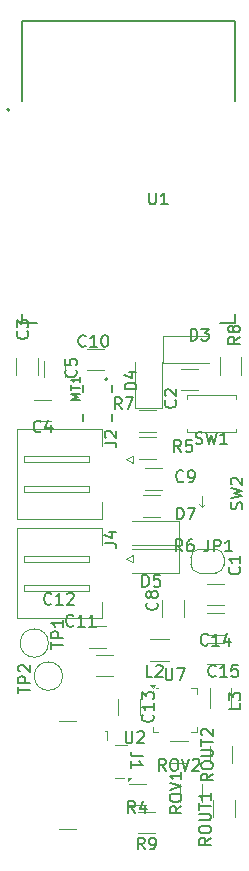
<source format=gbr>
%TF.GenerationSoftware,KiCad,Pcbnew,8.0.5*%
%TF.CreationDate,2024-09-18T17:55:33-04:00*%
%TF.ProjectId,cadence sensor,63616465-6e63-4652-9073-656e736f722e,rev?*%
%TF.SameCoordinates,Original*%
%TF.FileFunction,Legend,Top*%
%TF.FilePolarity,Positive*%
%FSLAX46Y46*%
G04 Gerber Fmt 4.6, Leading zero omitted, Abs format (unit mm)*
G04 Created by KiCad (PCBNEW 8.0.5) date 2024-09-18 17:55:33*
%MOMM*%
%LPD*%
G01*
G04 APERTURE LIST*
%ADD10C,0.100000*%
%ADD11C,0.150000*%
%ADD12C,0.120000*%
%ADD13C,0.127000*%
%ADD14C,0.200000*%
G04 APERTURE END LIST*
D10*
X56208646Y-79133657D02*
X56208646Y-80047942D01*
X56437217Y-79819371D02*
X56208646Y-80047942D01*
X56208646Y-80047942D02*
X55980074Y-79819371D01*
D11*
X59567200Y-80253332D02*
X59614819Y-80110475D01*
X59614819Y-80110475D02*
X59614819Y-79872380D01*
X59614819Y-79872380D02*
X59567200Y-79777142D01*
X59567200Y-79777142D02*
X59519580Y-79729523D01*
X59519580Y-79729523D02*
X59424342Y-79681904D01*
X59424342Y-79681904D02*
X59329104Y-79681904D01*
X59329104Y-79681904D02*
X59233866Y-79729523D01*
X59233866Y-79729523D02*
X59186247Y-79777142D01*
X59186247Y-79777142D02*
X59138628Y-79872380D01*
X59138628Y-79872380D02*
X59091009Y-80062856D01*
X59091009Y-80062856D02*
X59043390Y-80158094D01*
X59043390Y-80158094D02*
X58995771Y-80205713D01*
X58995771Y-80205713D02*
X58900533Y-80253332D01*
X58900533Y-80253332D02*
X58805295Y-80253332D01*
X58805295Y-80253332D02*
X58710057Y-80205713D01*
X58710057Y-80205713D02*
X58662438Y-80158094D01*
X58662438Y-80158094D02*
X58614819Y-80062856D01*
X58614819Y-80062856D02*
X58614819Y-79824761D01*
X58614819Y-79824761D02*
X58662438Y-79681904D01*
X58614819Y-79348570D02*
X59614819Y-79110475D01*
X59614819Y-79110475D02*
X58900533Y-78919999D01*
X58900533Y-78919999D02*
X59614819Y-78729523D01*
X59614819Y-78729523D02*
X58614819Y-78491428D01*
X58710057Y-78158094D02*
X58662438Y-78110475D01*
X58662438Y-78110475D02*
X58614819Y-78015237D01*
X58614819Y-78015237D02*
X58614819Y-77777142D01*
X58614819Y-77777142D02*
X58662438Y-77681904D01*
X58662438Y-77681904D02*
X58710057Y-77634285D01*
X58710057Y-77634285D02*
X58805295Y-77586666D01*
X58805295Y-77586666D02*
X58900533Y-77586666D01*
X58900533Y-77586666D02*
X59043390Y-77634285D01*
X59043390Y-77634285D02*
X59614819Y-78205713D01*
X59614819Y-78205713D02*
X59614819Y-77586666D01*
X50644819Y-70118094D02*
X49644819Y-70118094D01*
X49644819Y-70118094D02*
X49644819Y-69879999D01*
X49644819Y-69879999D02*
X49692438Y-69737142D01*
X49692438Y-69737142D02*
X49787676Y-69641904D01*
X49787676Y-69641904D02*
X49882914Y-69594285D01*
X49882914Y-69594285D02*
X50073390Y-69546666D01*
X50073390Y-69546666D02*
X50216247Y-69546666D01*
X50216247Y-69546666D02*
X50406723Y-69594285D01*
X50406723Y-69594285D02*
X50501961Y-69641904D01*
X50501961Y-69641904D02*
X50597200Y-69737142D01*
X50597200Y-69737142D02*
X50644819Y-69879999D01*
X50644819Y-69879999D02*
X50644819Y-70118094D01*
X49978152Y-68689523D02*
X50644819Y-68689523D01*
X49597200Y-68927618D02*
X50311485Y-69165713D01*
X50311485Y-69165713D02*
X50311485Y-68546666D01*
X55231905Y-65984819D02*
X55231905Y-64984819D01*
X55231905Y-64984819D02*
X55470000Y-64984819D01*
X55470000Y-64984819D02*
X55612857Y-65032438D01*
X55612857Y-65032438D02*
X55708095Y-65127676D01*
X55708095Y-65127676D02*
X55755714Y-65222914D01*
X55755714Y-65222914D02*
X55803333Y-65413390D01*
X55803333Y-65413390D02*
X55803333Y-65556247D01*
X55803333Y-65556247D02*
X55755714Y-65746723D01*
X55755714Y-65746723D02*
X55708095Y-65841961D01*
X55708095Y-65841961D02*
X55612857Y-65937200D01*
X55612857Y-65937200D02*
X55470000Y-65984819D01*
X55470000Y-65984819D02*
X55231905Y-65984819D01*
X56136667Y-64984819D02*
X56755714Y-64984819D01*
X56755714Y-64984819D02*
X56422381Y-65365771D01*
X56422381Y-65365771D02*
X56565238Y-65365771D01*
X56565238Y-65365771D02*
X56660476Y-65413390D01*
X56660476Y-65413390D02*
X56708095Y-65461009D01*
X56708095Y-65461009D02*
X56755714Y-65556247D01*
X56755714Y-65556247D02*
X56755714Y-65794342D01*
X56755714Y-65794342D02*
X56708095Y-65889580D01*
X56708095Y-65889580D02*
X56660476Y-65937200D01*
X56660476Y-65937200D02*
X56565238Y-65984819D01*
X56565238Y-65984819D02*
X56279524Y-65984819D01*
X56279524Y-65984819D02*
X56184286Y-65937200D01*
X56184286Y-65937200D02*
X56136667Y-65889580D01*
X56954819Y-108095238D02*
X56478628Y-108428571D01*
X56954819Y-108666666D02*
X55954819Y-108666666D01*
X55954819Y-108666666D02*
X55954819Y-108285714D01*
X55954819Y-108285714D02*
X56002438Y-108190476D01*
X56002438Y-108190476D02*
X56050057Y-108142857D01*
X56050057Y-108142857D02*
X56145295Y-108095238D01*
X56145295Y-108095238D02*
X56288152Y-108095238D01*
X56288152Y-108095238D02*
X56383390Y-108142857D01*
X56383390Y-108142857D02*
X56431009Y-108190476D01*
X56431009Y-108190476D02*
X56478628Y-108285714D01*
X56478628Y-108285714D02*
X56478628Y-108666666D01*
X55954819Y-107476190D02*
X55954819Y-107285714D01*
X55954819Y-107285714D02*
X56002438Y-107190476D01*
X56002438Y-107190476D02*
X56097676Y-107095238D01*
X56097676Y-107095238D02*
X56288152Y-107047619D01*
X56288152Y-107047619D02*
X56621485Y-107047619D01*
X56621485Y-107047619D02*
X56811961Y-107095238D01*
X56811961Y-107095238D02*
X56907200Y-107190476D01*
X56907200Y-107190476D02*
X56954819Y-107285714D01*
X56954819Y-107285714D02*
X56954819Y-107476190D01*
X56954819Y-107476190D02*
X56907200Y-107571428D01*
X56907200Y-107571428D02*
X56811961Y-107666666D01*
X56811961Y-107666666D02*
X56621485Y-107714285D01*
X56621485Y-107714285D02*
X56288152Y-107714285D01*
X56288152Y-107714285D02*
X56097676Y-107666666D01*
X56097676Y-107666666D02*
X56002438Y-107571428D01*
X56002438Y-107571428D02*
X55954819Y-107476190D01*
X55954819Y-106619047D02*
X56764342Y-106619047D01*
X56764342Y-106619047D02*
X56859580Y-106571428D01*
X56859580Y-106571428D02*
X56907200Y-106523809D01*
X56907200Y-106523809D02*
X56954819Y-106428571D01*
X56954819Y-106428571D02*
X56954819Y-106238095D01*
X56954819Y-106238095D02*
X56907200Y-106142857D01*
X56907200Y-106142857D02*
X56859580Y-106095238D01*
X56859580Y-106095238D02*
X56764342Y-106047619D01*
X56764342Y-106047619D02*
X55954819Y-106047619D01*
X55954819Y-105714285D02*
X55954819Y-105142857D01*
X56954819Y-105428571D02*
X55954819Y-105428571D01*
X56954819Y-104285714D02*
X56954819Y-104857142D01*
X56954819Y-104571428D02*
X55954819Y-104571428D01*
X55954819Y-104571428D02*
X56097676Y-104666666D01*
X56097676Y-104666666D02*
X56192914Y-104761904D01*
X56192914Y-104761904D02*
X56240533Y-104857142D01*
X59454819Y-96666666D02*
X59454819Y-97142856D01*
X59454819Y-97142856D02*
X58454819Y-97142856D01*
X58454819Y-96428570D02*
X58454819Y-95809523D01*
X58454819Y-95809523D02*
X58835771Y-96142856D01*
X58835771Y-96142856D02*
X58835771Y-95999999D01*
X58835771Y-95999999D02*
X58883390Y-95904761D01*
X58883390Y-95904761D02*
X58931009Y-95857142D01*
X58931009Y-95857142D02*
X59026247Y-95809523D01*
X59026247Y-95809523D02*
X59264342Y-95809523D01*
X59264342Y-95809523D02*
X59359580Y-95857142D01*
X59359580Y-95857142D02*
X59407200Y-95904761D01*
X59407200Y-95904761D02*
X59454819Y-95999999D01*
X59454819Y-95999999D02*
X59454819Y-96285713D01*
X59454819Y-96285713D02*
X59407200Y-96380951D01*
X59407200Y-96380951D02*
X59359580Y-96428570D01*
X55666667Y-74687200D02*
X55809524Y-74734819D01*
X55809524Y-74734819D02*
X56047619Y-74734819D01*
X56047619Y-74734819D02*
X56142857Y-74687200D01*
X56142857Y-74687200D02*
X56190476Y-74639580D01*
X56190476Y-74639580D02*
X56238095Y-74544342D01*
X56238095Y-74544342D02*
X56238095Y-74449104D01*
X56238095Y-74449104D02*
X56190476Y-74353866D01*
X56190476Y-74353866D02*
X56142857Y-74306247D01*
X56142857Y-74306247D02*
X56047619Y-74258628D01*
X56047619Y-74258628D02*
X55857143Y-74211009D01*
X55857143Y-74211009D02*
X55761905Y-74163390D01*
X55761905Y-74163390D02*
X55714286Y-74115771D01*
X55714286Y-74115771D02*
X55666667Y-74020533D01*
X55666667Y-74020533D02*
X55666667Y-73925295D01*
X55666667Y-73925295D02*
X55714286Y-73830057D01*
X55714286Y-73830057D02*
X55761905Y-73782438D01*
X55761905Y-73782438D02*
X55857143Y-73734819D01*
X55857143Y-73734819D02*
X56095238Y-73734819D01*
X56095238Y-73734819D02*
X56238095Y-73782438D01*
X56571429Y-73734819D02*
X56809524Y-74734819D01*
X56809524Y-74734819D02*
X57000000Y-74020533D01*
X57000000Y-74020533D02*
X57190476Y-74734819D01*
X57190476Y-74734819D02*
X57428572Y-73734819D01*
X58333333Y-74734819D02*
X57761905Y-74734819D01*
X58047619Y-74734819D02*
X58047619Y-73734819D01*
X58047619Y-73734819D02*
X57952381Y-73877676D01*
X57952381Y-73877676D02*
X57857143Y-73972914D01*
X57857143Y-73972914D02*
X57761905Y-74020533D01*
X45509580Y-68471666D02*
X45557200Y-68519285D01*
X45557200Y-68519285D02*
X45604819Y-68662142D01*
X45604819Y-68662142D02*
X45604819Y-68757380D01*
X45604819Y-68757380D02*
X45557200Y-68900237D01*
X45557200Y-68900237D02*
X45461961Y-68995475D01*
X45461961Y-68995475D02*
X45366723Y-69043094D01*
X45366723Y-69043094D02*
X45176247Y-69090713D01*
X45176247Y-69090713D02*
X45033390Y-69090713D01*
X45033390Y-69090713D02*
X44842914Y-69043094D01*
X44842914Y-69043094D02*
X44747676Y-68995475D01*
X44747676Y-68995475D02*
X44652438Y-68900237D01*
X44652438Y-68900237D02*
X44604819Y-68757380D01*
X44604819Y-68757380D02*
X44604819Y-68662142D01*
X44604819Y-68662142D02*
X44652438Y-68519285D01*
X44652438Y-68519285D02*
X44700057Y-68471666D01*
X44604819Y-67566904D02*
X44604819Y-68043094D01*
X44604819Y-68043094D02*
X45081009Y-68090713D01*
X45081009Y-68090713D02*
X45033390Y-68043094D01*
X45033390Y-68043094D02*
X44985771Y-67947856D01*
X44985771Y-67947856D02*
X44985771Y-67709761D01*
X44985771Y-67709761D02*
X45033390Y-67614523D01*
X45033390Y-67614523D02*
X45081009Y-67566904D01*
X45081009Y-67566904D02*
X45176247Y-67519285D01*
X45176247Y-67519285D02*
X45414342Y-67519285D01*
X45414342Y-67519285D02*
X45509580Y-67566904D01*
X45509580Y-67566904D02*
X45557200Y-67614523D01*
X45557200Y-67614523D02*
X45604819Y-67709761D01*
X45604819Y-67709761D02*
X45604819Y-67947856D01*
X45604819Y-67947856D02*
X45557200Y-68043094D01*
X45557200Y-68043094D02*
X45509580Y-68090713D01*
X46357142Y-66429580D02*
X46309523Y-66477200D01*
X46309523Y-66477200D02*
X46166666Y-66524819D01*
X46166666Y-66524819D02*
X46071428Y-66524819D01*
X46071428Y-66524819D02*
X45928571Y-66477200D01*
X45928571Y-66477200D02*
X45833333Y-66381961D01*
X45833333Y-66381961D02*
X45785714Y-66286723D01*
X45785714Y-66286723D02*
X45738095Y-66096247D01*
X45738095Y-66096247D02*
X45738095Y-65953390D01*
X45738095Y-65953390D02*
X45785714Y-65762914D01*
X45785714Y-65762914D02*
X45833333Y-65667676D01*
X45833333Y-65667676D02*
X45928571Y-65572438D01*
X45928571Y-65572438D02*
X46071428Y-65524819D01*
X46071428Y-65524819D02*
X46166666Y-65524819D01*
X46166666Y-65524819D02*
X46309523Y-65572438D01*
X46309523Y-65572438D02*
X46357142Y-65620057D01*
X47309523Y-66524819D02*
X46738095Y-66524819D01*
X47023809Y-66524819D02*
X47023809Y-65524819D01*
X47023809Y-65524819D02*
X46928571Y-65667676D01*
X46928571Y-65667676D02*
X46833333Y-65762914D01*
X46833333Y-65762914D02*
X46738095Y-65810533D01*
X47928571Y-65524819D02*
X48023809Y-65524819D01*
X48023809Y-65524819D02*
X48119047Y-65572438D01*
X48119047Y-65572438D02*
X48166666Y-65620057D01*
X48166666Y-65620057D02*
X48214285Y-65715295D01*
X48214285Y-65715295D02*
X48261904Y-65905771D01*
X48261904Y-65905771D02*
X48261904Y-66143866D01*
X48261904Y-66143866D02*
X48214285Y-66334342D01*
X48214285Y-66334342D02*
X48166666Y-66429580D01*
X48166666Y-66429580D02*
X48119047Y-66477200D01*
X48119047Y-66477200D02*
X48023809Y-66524819D01*
X48023809Y-66524819D02*
X47928571Y-66524819D01*
X47928571Y-66524819D02*
X47833333Y-66477200D01*
X47833333Y-66477200D02*
X47785714Y-66429580D01*
X47785714Y-66429580D02*
X47738095Y-66334342D01*
X47738095Y-66334342D02*
X47690476Y-66143866D01*
X47690476Y-66143866D02*
X47690476Y-65905771D01*
X47690476Y-65905771D02*
X47738095Y-65715295D01*
X47738095Y-65715295D02*
X47785714Y-65620057D01*
X47785714Y-65620057D02*
X47833333Y-65572438D01*
X47833333Y-65572438D02*
X47928571Y-65524819D01*
X59359580Y-85166666D02*
X59407200Y-85214285D01*
X59407200Y-85214285D02*
X59454819Y-85357142D01*
X59454819Y-85357142D02*
X59454819Y-85452380D01*
X59454819Y-85452380D02*
X59407200Y-85595237D01*
X59407200Y-85595237D02*
X59311961Y-85690475D01*
X59311961Y-85690475D02*
X59216723Y-85738094D01*
X59216723Y-85738094D02*
X59026247Y-85785713D01*
X59026247Y-85785713D02*
X58883390Y-85785713D01*
X58883390Y-85785713D02*
X58692914Y-85738094D01*
X58692914Y-85738094D02*
X58597676Y-85690475D01*
X58597676Y-85690475D02*
X58502438Y-85595237D01*
X58502438Y-85595237D02*
X58454819Y-85452380D01*
X58454819Y-85452380D02*
X58454819Y-85357142D01*
X58454819Y-85357142D02*
X58502438Y-85214285D01*
X58502438Y-85214285D02*
X58550057Y-85166666D01*
X59454819Y-84214285D02*
X59454819Y-84785713D01*
X59454819Y-84499999D02*
X58454819Y-84499999D01*
X58454819Y-84499999D02*
X58597676Y-84595237D01*
X58597676Y-84595237D02*
X58692914Y-84690475D01*
X58692914Y-84690475D02*
X58740533Y-84785713D01*
X53130952Y-102399819D02*
X52797619Y-101923628D01*
X52559524Y-102399819D02*
X52559524Y-101399819D01*
X52559524Y-101399819D02*
X52940476Y-101399819D01*
X52940476Y-101399819D02*
X53035714Y-101447438D01*
X53035714Y-101447438D02*
X53083333Y-101495057D01*
X53083333Y-101495057D02*
X53130952Y-101590295D01*
X53130952Y-101590295D02*
X53130952Y-101733152D01*
X53130952Y-101733152D02*
X53083333Y-101828390D01*
X53083333Y-101828390D02*
X53035714Y-101876009D01*
X53035714Y-101876009D02*
X52940476Y-101923628D01*
X52940476Y-101923628D02*
X52559524Y-101923628D01*
X53750000Y-101399819D02*
X53940476Y-101399819D01*
X53940476Y-101399819D02*
X54035714Y-101447438D01*
X54035714Y-101447438D02*
X54130952Y-101542676D01*
X54130952Y-101542676D02*
X54178571Y-101733152D01*
X54178571Y-101733152D02*
X54178571Y-102066485D01*
X54178571Y-102066485D02*
X54130952Y-102256961D01*
X54130952Y-102256961D02*
X54035714Y-102352200D01*
X54035714Y-102352200D02*
X53940476Y-102399819D01*
X53940476Y-102399819D02*
X53750000Y-102399819D01*
X53750000Y-102399819D02*
X53654762Y-102352200D01*
X53654762Y-102352200D02*
X53559524Y-102256961D01*
X53559524Y-102256961D02*
X53511905Y-102066485D01*
X53511905Y-102066485D02*
X53511905Y-101733152D01*
X53511905Y-101733152D02*
X53559524Y-101542676D01*
X53559524Y-101542676D02*
X53654762Y-101447438D01*
X53654762Y-101447438D02*
X53750000Y-101399819D01*
X54464286Y-101399819D02*
X54797619Y-102399819D01*
X54797619Y-102399819D02*
X55130952Y-101399819D01*
X55416667Y-101495057D02*
X55464286Y-101447438D01*
X55464286Y-101447438D02*
X55559524Y-101399819D01*
X55559524Y-101399819D02*
X55797619Y-101399819D01*
X55797619Y-101399819D02*
X55892857Y-101447438D01*
X55892857Y-101447438D02*
X55940476Y-101495057D01*
X55940476Y-101495057D02*
X55988095Y-101590295D01*
X55988095Y-101590295D02*
X55988095Y-101685533D01*
X55988095Y-101685533D02*
X55940476Y-101828390D01*
X55940476Y-101828390D02*
X55369048Y-102399819D01*
X55369048Y-102399819D02*
X55988095Y-102399819D01*
X54533333Y-83824819D02*
X54200000Y-83348628D01*
X53961905Y-83824819D02*
X53961905Y-82824819D01*
X53961905Y-82824819D02*
X54342857Y-82824819D01*
X54342857Y-82824819D02*
X54438095Y-82872438D01*
X54438095Y-82872438D02*
X54485714Y-82920057D01*
X54485714Y-82920057D02*
X54533333Y-83015295D01*
X54533333Y-83015295D02*
X54533333Y-83158152D01*
X54533333Y-83158152D02*
X54485714Y-83253390D01*
X54485714Y-83253390D02*
X54438095Y-83301009D01*
X54438095Y-83301009D02*
X54342857Y-83348628D01*
X54342857Y-83348628D02*
X53961905Y-83348628D01*
X55390476Y-82824819D02*
X55200000Y-82824819D01*
X55200000Y-82824819D02*
X55104762Y-82872438D01*
X55104762Y-82872438D02*
X55057143Y-82920057D01*
X55057143Y-82920057D02*
X54961905Y-83062914D01*
X54961905Y-83062914D02*
X54914286Y-83253390D01*
X54914286Y-83253390D02*
X54914286Y-83634342D01*
X54914286Y-83634342D02*
X54961905Y-83729580D01*
X54961905Y-83729580D02*
X55009524Y-83777200D01*
X55009524Y-83777200D02*
X55104762Y-83824819D01*
X55104762Y-83824819D02*
X55295238Y-83824819D01*
X55295238Y-83824819D02*
X55390476Y-83777200D01*
X55390476Y-83777200D02*
X55438095Y-83729580D01*
X55438095Y-83729580D02*
X55485714Y-83634342D01*
X55485714Y-83634342D02*
X55485714Y-83396247D01*
X55485714Y-83396247D02*
X55438095Y-83301009D01*
X55438095Y-83301009D02*
X55390476Y-83253390D01*
X55390476Y-83253390D02*
X55295238Y-83205771D01*
X55295238Y-83205771D02*
X55104762Y-83205771D01*
X55104762Y-83205771D02*
X55009524Y-83253390D01*
X55009524Y-83253390D02*
X54961905Y-83301009D01*
X54961905Y-83301009D02*
X54914286Y-83396247D01*
X54071905Y-81134819D02*
X54071905Y-80134819D01*
X54071905Y-80134819D02*
X54310000Y-80134819D01*
X54310000Y-80134819D02*
X54452857Y-80182438D01*
X54452857Y-80182438D02*
X54548095Y-80277676D01*
X54548095Y-80277676D02*
X54595714Y-80372914D01*
X54595714Y-80372914D02*
X54643333Y-80563390D01*
X54643333Y-80563390D02*
X54643333Y-80706247D01*
X54643333Y-80706247D02*
X54595714Y-80896723D01*
X54595714Y-80896723D02*
X54548095Y-80991961D01*
X54548095Y-80991961D02*
X54452857Y-81087200D01*
X54452857Y-81087200D02*
X54310000Y-81134819D01*
X54310000Y-81134819D02*
X54071905Y-81134819D01*
X54976667Y-80134819D02*
X55643333Y-80134819D01*
X55643333Y-80134819D02*
X55214762Y-81134819D01*
X45902295Y-71002380D02*
X45102295Y-71002380D01*
X45102295Y-71002380D02*
X45673723Y-70735714D01*
X45673723Y-70735714D02*
X45102295Y-70469047D01*
X45102295Y-70469047D02*
X45902295Y-70469047D01*
X45102295Y-70202380D02*
X45102295Y-69745237D01*
X45902295Y-69973809D02*
X45102295Y-69973809D01*
X45902295Y-69059523D02*
X45902295Y-69516666D01*
X45902295Y-69288094D02*
X45102295Y-69288094D01*
X45102295Y-69288094D02*
X45216580Y-69364285D01*
X45216580Y-69364285D02*
X45292771Y-69440475D01*
X45292771Y-69440475D02*
X45330866Y-69516666D01*
X54454819Y-105406547D02*
X53978628Y-105739880D01*
X54454819Y-105977975D02*
X53454819Y-105977975D01*
X53454819Y-105977975D02*
X53454819Y-105597023D01*
X53454819Y-105597023D02*
X53502438Y-105501785D01*
X53502438Y-105501785D02*
X53550057Y-105454166D01*
X53550057Y-105454166D02*
X53645295Y-105406547D01*
X53645295Y-105406547D02*
X53788152Y-105406547D01*
X53788152Y-105406547D02*
X53883390Y-105454166D01*
X53883390Y-105454166D02*
X53931009Y-105501785D01*
X53931009Y-105501785D02*
X53978628Y-105597023D01*
X53978628Y-105597023D02*
X53978628Y-105977975D01*
X53454819Y-104787499D02*
X53454819Y-104597023D01*
X53454819Y-104597023D02*
X53502438Y-104501785D01*
X53502438Y-104501785D02*
X53597676Y-104406547D01*
X53597676Y-104406547D02*
X53788152Y-104358928D01*
X53788152Y-104358928D02*
X54121485Y-104358928D01*
X54121485Y-104358928D02*
X54311961Y-104406547D01*
X54311961Y-104406547D02*
X54407200Y-104501785D01*
X54407200Y-104501785D02*
X54454819Y-104597023D01*
X54454819Y-104597023D02*
X54454819Y-104787499D01*
X54454819Y-104787499D02*
X54407200Y-104882737D01*
X54407200Y-104882737D02*
X54311961Y-104977975D01*
X54311961Y-104977975D02*
X54121485Y-105025594D01*
X54121485Y-105025594D02*
X53788152Y-105025594D01*
X53788152Y-105025594D02*
X53597676Y-104977975D01*
X53597676Y-104977975D02*
X53502438Y-104882737D01*
X53502438Y-104882737D02*
X53454819Y-104787499D01*
X53454819Y-104073213D02*
X54454819Y-103739880D01*
X54454819Y-103739880D02*
X53454819Y-103406547D01*
X54454819Y-102549404D02*
X54454819Y-103120832D01*
X54454819Y-102835118D02*
X53454819Y-102835118D01*
X53454819Y-102835118D02*
X53597676Y-102930356D01*
X53597676Y-102930356D02*
X53692914Y-103025594D01*
X53692914Y-103025594D02*
X53740533Y-103120832D01*
X43452142Y-88249580D02*
X43404523Y-88297200D01*
X43404523Y-88297200D02*
X43261666Y-88344819D01*
X43261666Y-88344819D02*
X43166428Y-88344819D01*
X43166428Y-88344819D02*
X43023571Y-88297200D01*
X43023571Y-88297200D02*
X42928333Y-88201961D01*
X42928333Y-88201961D02*
X42880714Y-88106723D01*
X42880714Y-88106723D02*
X42833095Y-87916247D01*
X42833095Y-87916247D02*
X42833095Y-87773390D01*
X42833095Y-87773390D02*
X42880714Y-87582914D01*
X42880714Y-87582914D02*
X42928333Y-87487676D01*
X42928333Y-87487676D02*
X43023571Y-87392438D01*
X43023571Y-87392438D02*
X43166428Y-87344819D01*
X43166428Y-87344819D02*
X43261666Y-87344819D01*
X43261666Y-87344819D02*
X43404523Y-87392438D01*
X43404523Y-87392438D02*
X43452142Y-87440057D01*
X44404523Y-88344819D02*
X43833095Y-88344819D01*
X44118809Y-88344819D02*
X44118809Y-87344819D01*
X44118809Y-87344819D02*
X44023571Y-87487676D01*
X44023571Y-87487676D02*
X43928333Y-87582914D01*
X43928333Y-87582914D02*
X43833095Y-87630533D01*
X44785476Y-87440057D02*
X44833095Y-87392438D01*
X44833095Y-87392438D02*
X44928333Y-87344819D01*
X44928333Y-87344819D02*
X45166428Y-87344819D01*
X45166428Y-87344819D02*
X45261666Y-87392438D01*
X45261666Y-87392438D02*
X45309285Y-87440057D01*
X45309285Y-87440057D02*
X45356904Y-87535295D01*
X45356904Y-87535295D02*
X45356904Y-87630533D01*
X45356904Y-87630533D02*
X45309285Y-87773390D01*
X45309285Y-87773390D02*
X44737857Y-88344819D01*
X44737857Y-88344819D02*
X45356904Y-88344819D01*
X41409580Y-65211666D02*
X41457200Y-65259285D01*
X41457200Y-65259285D02*
X41504819Y-65402142D01*
X41504819Y-65402142D02*
X41504819Y-65497380D01*
X41504819Y-65497380D02*
X41457200Y-65640237D01*
X41457200Y-65640237D02*
X41361961Y-65735475D01*
X41361961Y-65735475D02*
X41266723Y-65783094D01*
X41266723Y-65783094D02*
X41076247Y-65830713D01*
X41076247Y-65830713D02*
X40933390Y-65830713D01*
X40933390Y-65830713D02*
X40742914Y-65783094D01*
X40742914Y-65783094D02*
X40647676Y-65735475D01*
X40647676Y-65735475D02*
X40552438Y-65640237D01*
X40552438Y-65640237D02*
X40504819Y-65497380D01*
X40504819Y-65497380D02*
X40504819Y-65402142D01*
X40504819Y-65402142D02*
X40552438Y-65259285D01*
X40552438Y-65259285D02*
X40600057Y-65211666D01*
X40504819Y-64878332D02*
X40504819Y-64259285D01*
X40504819Y-64259285D02*
X40885771Y-64592618D01*
X40885771Y-64592618D02*
X40885771Y-64449761D01*
X40885771Y-64449761D02*
X40933390Y-64354523D01*
X40933390Y-64354523D02*
X40981009Y-64306904D01*
X40981009Y-64306904D02*
X41076247Y-64259285D01*
X41076247Y-64259285D02*
X41314342Y-64259285D01*
X41314342Y-64259285D02*
X41409580Y-64306904D01*
X41409580Y-64306904D02*
X41457200Y-64354523D01*
X41457200Y-64354523D02*
X41504819Y-64449761D01*
X41504819Y-64449761D02*
X41504819Y-64735475D01*
X41504819Y-64735475D02*
X41457200Y-64830713D01*
X41457200Y-64830713D02*
X41409580Y-64878332D01*
X54423333Y-75414819D02*
X54090000Y-74938628D01*
X53851905Y-75414819D02*
X53851905Y-74414819D01*
X53851905Y-74414819D02*
X54232857Y-74414819D01*
X54232857Y-74414819D02*
X54328095Y-74462438D01*
X54328095Y-74462438D02*
X54375714Y-74510057D01*
X54375714Y-74510057D02*
X54423333Y-74605295D01*
X54423333Y-74605295D02*
X54423333Y-74748152D01*
X54423333Y-74748152D02*
X54375714Y-74843390D01*
X54375714Y-74843390D02*
X54328095Y-74891009D01*
X54328095Y-74891009D02*
X54232857Y-74938628D01*
X54232857Y-74938628D02*
X53851905Y-74938628D01*
X55328095Y-74414819D02*
X54851905Y-74414819D01*
X54851905Y-74414819D02*
X54804286Y-74891009D01*
X54804286Y-74891009D02*
X54851905Y-74843390D01*
X54851905Y-74843390D02*
X54947143Y-74795771D01*
X54947143Y-74795771D02*
X55185238Y-74795771D01*
X55185238Y-74795771D02*
X55280476Y-74843390D01*
X55280476Y-74843390D02*
X55328095Y-74891009D01*
X55328095Y-74891009D02*
X55375714Y-74986247D01*
X55375714Y-74986247D02*
X55375714Y-75224342D01*
X55375714Y-75224342D02*
X55328095Y-75319580D01*
X55328095Y-75319580D02*
X55280476Y-75367200D01*
X55280476Y-75367200D02*
X55185238Y-75414819D01*
X55185238Y-75414819D02*
X54947143Y-75414819D01*
X54947143Y-75414819D02*
X54851905Y-75367200D01*
X54851905Y-75367200D02*
X54804286Y-75319580D01*
X49393333Y-71804819D02*
X49060000Y-71328628D01*
X48821905Y-71804819D02*
X48821905Y-70804819D01*
X48821905Y-70804819D02*
X49202857Y-70804819D01*
X49202857Y-70804819D02*
X49298095Y-70852438D01*
X49298095Y-70852438D02*
X49345714Y-70900057D01*
X49345714Y-70900057D02*
X49393333Y-70995295D01*
X49393333Y-70995295D02*
X49393333Y-71138152D01*
X49393333Y-71138152D02*
X49345714Y-71233390D01*
X49345714Y-71233390D02*
X49298095Y-71281009D01*
X49298095Y-71281009D02*
X49202857Y-71328628D01*
X49202857Y-71328628D02*
X48821905Y-71328628D01*
X49726667Y-70804819D02*
X50393333Y-70804819D01*
X50393333Y-70804819D02*
X49964762Y-71804819D01*
X52359580Y-88166666D02*
X52407200Y-88214285D01*
X52407200Y-88214285D02*
X52454819Y-88357142D01*
X52454819Y-88357142D02*
X52454819Y-88452380D01*
X52454819Y-88452380D02*
X52407200Y-88595237D01*
X52407200Y-88595237D02*
X52311961Y-88690475D01*
X52311961Y-88690475D02*
X52216723Y-88738094D01*
X52216723Y-88738094D02*
X52026247Y-88785713D01*
X52026247Y-88785713D02*
X51883390Y-88785713D01*
X51883390Y-88785713D02*
X51692914Y-88738094D01*
X51692914Y-88738094D02*
X51597676Y-88690475D01*
X51597676Y-88690475D02*
X51502438Y-88595237D01*
X51502438Y-88595237D02*
X51454819Y-88452380D01*
X51454819Y-88452380D02*
X51454819Y-88357142D01*
X51454819Y-88357142D02*
X51502438Y-88214285D01*
X51502438Y-88214285D02*
X51550057Y-88166666D01*
X51883390Y-87595237D02*
X51835771Y-87690475D01*
X51835771Y-87690475D02*
X51788152Y-87738094D01*
X51788152Y-87738094D02*
X51692914Y-87785713D01*
X51692914Y-87785713D02*
X51645295Y-87785713D01*
X51645295Y-87785713D02*
X51550057Y-87738094D01*
X51550057Y-87738094D02*
X51502438Y-87690475D01*
X51502438Y-87690475D02*
X51454819Y-87595237D01*
X51454819Y-87595237D02*
X51454819Y-87404761D01*
X51454819Y-87404761D02*
X51502438Y-87309523D01*
X51502438Y-87309523D02*
X51550057Y-87261904D01*
X51550057Y-87261904D02*
X51645295Y-87214285D01*
X51645295Y-87214285D02*
X51692914Y-87214285D01*
X51692914Y-87214285D02*
X51788152Y-87261904D01*
X51788152Y-87261904D02*
X51835771Y-87309523D01*
X51835771Y-87309523D02*
X51883390Y-87404761D01*
X51883390Y-87404761D02*
X51883390Y-87595237D01*
X51883390Y-87595237D02*
X51931009Y-87690475D01*
X51931009Y-87690475D02*
X51978628Y-87738094D01*
X51978628Y-87738094D02*
X52073866Y-87785713D01*
X52073866Y-87785713D02*
X52264342Y-87785713D01*
X52264342Y-87785713D02*
X52359580Y-87738094D01*
X52359580Y-87738094D02*
X52407200Y-87690475D01*
X52407200Y-87690475D02*
X52454819Y-87595237D01*
X52454819Y-87595237D02*
X52454819Y-87404761D01*
X52454819Y-87404761D02*
X52407200Y-87309523D01*
X52407200Y-87309523D02*
X52359580Y-87261904D01*
X52359580Y-87261904D02*
X52264342Y-87214285D01*
X52264342Y-87214285D02*
X52073866Y-87214285D01*
X52073866Y-87214285D02*
X51978628Y-87261904D01*
X51978628Y-87261904D02*
X51931009Y-87309523D01*
X51931009Y-87309523D02*
X51883390Y-87404761D01*
X42558333Y-73664580D02*
X42510714Y-73712200D01*
X42510714Y-73712200D02*
X42367857Y-73759819D01*
X42367857Y-73759819D02*
X42272619Y-73759819D01*
X42272619Y-73759819D02*
X42129762Y-73712200D01*
X42129762Y-73712200D02*
X42034524Y-73616961D01*
X42034524Y-73616961D02*
X41986905Y-73521723D01*
X41986905Y-73521723D02*
X41939286Y-73331247D01*
X41939286Y-73331247D02*
X41939286Y-73188390D01*
X41939286Y-73188390D02*
X41986905Y-72997914D01*
X41986905Y-72997914D02*
X42034524Y-72902676D01*
X42034524Y-72902676D02*
X42129762Y-72807438D01*
X42129762Y-72807438D02*
X42272619Y-72759819D01*
X42272619Y-72759819D02*
X42367857Y-72759819D01*
X42367857Y-72759819D02*
X42510714Y-72807438D01*
X42510714Y-72807438D02*
X42558333Y-72855057D01*
X43415476Y-73093152D02*
X43415476Y-73759819D01*
X43177381Y-72712200D02*
X42939286Y-73426485D01*
X42939286Y-73426485D02*
X43558333Y-73426485D01*
X57357142Y-94359580D02*
X57309523Y-94407200D01*
X57309523Y-94407200D02*
X57166666Y-94454819D01*
X57166666Y-94454819D02*
X57071428Y-94454819D01*
X57071428Y-94454819D02*
X56928571Y-94407200D01*
X56928571Y-94407200D02*
X56833333Y-94311961D01*
X56833333Y-94311961D02*
X56785714Y-94216723D01*
X56785714Y-94216723D02*
X56738095Y-94026247D01*
X56738095Y-94026247D02*
X56738095Y-93883390D01*
X56738095Y-93883390D02*
X56785714Y-93692914D01*
X56785714Y-93692914D02*
X56833333Y-93597676D01*
X56833333Y-93597676D02*
X56928571Y-93502438D01*
X56928571Y-93502438D02*
X57071428Y-93454819D01*
X57071428Y-93454819D02*
X57166666Y-93454819D01*
X57166666Y-93454819D02*
X57309523Y-93502438D01*
X57309523Y-93502438D02*
X57357142Y-93550057D01*
X58309523Y-94454819D02*
X57738095Y-94454819D01*
X58023809Y-94454819D02*
X58023809Y-93454819D01*
X58023809Y-93454819D02*
X57928571Y-93597676D01*
X57928571Y-93597676D02*
X57833333Y-93692914D01*
X57833333Y-93692914D02*
X57738095Y-93740533D01*
X59214285Y-93454819D02*
X58738095Y-93454819D01*
X58738095Y-93454819D02*
X58690476Y-93931009D01*
X58690476Y-93931009D02*
X58738095Y-93883390D01*
X58738095Y-93883390D02*
X58833333Y-93835771D01*
X58833333Y-93835771D02*
X59071428Y-93835771D01*
X59071428Y-93835771D02*
X59166666Y-93883390D01*
X59166666Y-93883390D02*
X59214285Y-93931009D01*
X59214285Y-93931009D02*
X59261904Y-94026247D01*
X59261904Y-94026247D02*
X59261904Y-94264342D01*
X59261904Y-94264342D02*
X59214285Y-94359580D01*
X59214285Y-94359580D02*
X59166666Y-94407200D01*
X59166666Y-94407200D02*
X59071428Y-94454819D01*
X59071428Y-94454819D02*
X58833333Y-94454819D01*
X58833333Y-94454819D02*
X58738095Y-94407200D01*
X58738095Y-94407200D02*
X58690476Y-94359580D01*
X40654819Y-95861904D02*
X40654819Y-95290476D01*
X41654819Y-95576190D02*
X40654819Y-95576190D01*
X41654819Y-94957142D02*
X40654819Y-94957142D01*
X40654819Y-94957142D02*
X40654819Y-94576190D01*
X40654819Y-94576190D02*
X40702438Y-94480952D01*
X40702438Y-94480952D02*
X40750057Y-94433333D01*
X40750057Y-94433333D02*
X40845295Y-94385714D01*
X40845295Y-94385714D02*
X40988152Y-94385714D01*
X40988152Y-94385714D02*
X41083390Y-94433333D01*
X41083390Y-94433333D02*
X41131009Y-94480952D01*
X41131009Y-94480952D02*
X41178628Y-94576190D01*
X41178628Y-94576190D02*
X41178628Y-94957142D01*
X40750057Y-94004761D02*
X40702438Y-93957142D01*
X40702438Y-93957142D02*
X40654819Y-93861904D01*
X40654819Y-93861904D02*
X40654819Y-93623809D01*
X40654819Y-93623809D02*
X40702438Y-93528571D01*
X40702438Y-93528571D02*
X40750057Y-93480952D01*
X40750057Y-93480952D02*
X40845295Y-93433333D01*
X40845295Y-93433333D02*
X40940533Y-93433333D01*
X40940533Y-93433333D02*
X41083390Y-93480952D01*
X41083390Y-93480952D02*
X41654819Y-94052380D01*
X41654819Y-94052380D02*
X41654819Y-93433333D01*
X59404819Y-65666666D02*
X58928628Y-65999999D01*
X59404819Y-66238094D02*
X58404819Y-66238094D01*
X58404819Y-66238094D02*
X58404819Y-65857142D01*
X58404819Y-65857142D02*
X58452438Y-65761904D01*
X58452438Y-65761904D02*
X58500057Y-65714285D01*
X58500057Y-65714285D02*
X58595295Y-65666666D01*
X58595295Y-65666666D02*
X58738152Y-65666666D01*
X58738152Y-65666666D02*
X58833390Y-65714285D01*
X58833390Y-65714285D02*
X58881009Y-65761904D01*
X58881009Y-65761904D02*
X58928628Y-65857142D01*
X58928628Y-65857142D02*
X58928628Y-66238094D01*
X58833390Y-65095237D02*
X58785771Y-65190475D01*
X58785771Y-65190475D02*
X58738152Y-65238094D01*
X58738152Y-65238094D02*
X58642914Y-65285713D01*
X58642914Y-65285713D02*
X58595295Y-65285713D01*
X58595295Y-65285713D02*
X58500057Y-65238094D01*
X58500057Y-65238094D02*
X58452438Y-65190475D01*
X58452438Y-65190475D02*
X58404819Y-65095237D01*
X58404819Y-65095237D02*
X58404819Y-64904761D01*
X58404819Y-64904761D02*
X58452438Y-64809523D01*
X58452438Y-64809523D02*
X58500057Y-64761904D01*
X58500057Y-64761904D02*
X58595295Y-64714285D01*
X58595295Y-64714285D02*
X58642914Y-64714285D01*
X58642914Y-64714285D02*
X58738152Y-64761904D01*
X58738152Y-64761904D02*
X58785771Y-64809523D01*
X58785771Y-64809523D02*
X58833390Y-64904761D01*
X58833390Y-64904761D02*
X58833390Y-65095237D01*
X58833390Y-65095237D02*
X58881009Y-65190475D01*
X58881009Y-65190475D02*
X58928628Y-65238094D01*
X58928628Y-65238094D02*
X59023866Y-65285713D01*
X59023866Y-65285713D02*
X59214342Y-65285713D01*
X59214342Y-65285713D02*
X59309580Y-65238094D01*
X59309580Y-65238094D02*
X59357200Y-65190475D01*
X59357200Y-65190475D02*
X59404819Y-65095237D01*
X59404819Y-65095237D02*
X59404819Y-64904761D01*
X59404819Y-64904761D02*
X59357200Y-64809523D01*
X59357200Y-64809523D02*
X59309580Y-64761904D01*
X59309580Y-64761904D02*
X59214342Y-64714285D01*
X59214342Y-64714285D02*
X59023866Y-64714285D01*
X59023866Y-64714285D02*
X58928628Y-64761904D01*
X58928628Y-64761904D02*
X58881009Y-64809523D01*
X58881009Y-64809523D02*
X58833390Y-64904761D01*
X51333333Y-109064819D02*
X51000000Y-108588628D01*
X50761905Y-109064819D02*
X50761905Y-108064819D01*
X50761905Y-108064819D02*
X51142857Y-108064819D01*
X51142857Y-108064819D02*
X51238095Y-108112438D01*
X51238095Y-108112438D02*
X51285714Y-108160057D01*
X51285714Y-108160057D02*
X51333333Y-108255295D01*
X51333333Y-108255295D02*
X51333333Y-108398152D01*
X51333333Y-108398152D02*
X51285714Y-108493390D01*
X51285714Y-108493390D02*
X51238095Y-108541009D01*
X51238095Y-108541009D02*
X51142857Y-108588628D01*
X51142857Y-108588628D02*
X50761905Y-108588628D01*
X51809524Y-109064819D02*
X52000000Y-109064819D01*
X52000000Y-109064819D02*
X52095238Y-109017200D01*
X52095238Y-109017200D02*
X52142857Y-108969580D01*
X52142857Y-108969580D02*
X52238095Y-108826723D01*
X52238095Y-108826723D02*
X52285714Y-108636247D01*
X52285714Y-108636247D02*
X52285714Y-108255295D01*
X52285714Y-108255295D02*
X52238095Y-108160057D01*
X52238095Y-108160057D02*
X52190476Y-108112438D01*
X52190476Y-108112438D02*
X52095238Y-108064819D01*
X52095238Y-108064819D02*
X51904762Y-108064819D01*
X51904762Y-108064819D02*
X51809524Y-108112438D01*
X51809524Y-108112438D02*
X51761905Y-108160057D01*
X51761905Y-108160057D02*
X51714286Y-108255295D01*
X51714286Y-108255295D02*
X51714286Y-108493390D01*
X51714286Y-108493390D02*
X51761905Y-108588628D01*
X51761905Y-108588628D02*
X51809524Y-108636247D01*
X51809524Y-108636247D02*
X51904762Y-108683866D01*
X51904762Y-108683866D02*
X52095238Y-108683866D01*
X52095238Y-108683866D02*
X52190476Y-108636247D01*
X52190476Y-108636247D02*
X52238095Y-108588628D01*
X52238095Y-108588628D02*
X52285714Y-108493390D01*
X54613333Y-77879580D02*
X54565714Y-77927200D01*
X54565714Y-77927200D02*
X54422857Y-77974819D01*
X54422857Y-77974819D02*
X54327619Y-77974819D01*
X54327619Y-77974819D02*
X54184762Y-77927200D01*
X54184762Y-77927200D02*
X54089524Y-77831961D01*
X54089524Y-77831961D02*
X54041905Y-77736723D01*
X54041905Y-77736723D02*
X53994286Y-77546247D01*
X53994286Y-77546247D02*
X53994286Y-77403390D01*
X53994286Y-77403390D02*
X54041905Y-77212914D01*
X54041905Y-77212914D02*
X54089524Y-77117676D01*
X54089524Y-77117676D02*
X54184762Y-77022438D01*
X54184762Y-77022438D02*
X54327619Y-76974819D01*
X54327619Y-76974819D02*
X54422857Y-76974819D01*
X54422857Y-76974819D02*
X54565714Y-77022438D01*
X54565714Y-77022438D02*
X54613333Y-77070057D01*
X55089524Y-77974819D02*
X55280000Y-77974819D01*
X55280000Y-77974819D02*
X55375238Y-77927200D01*
X55375238Y-77927200D02*
X55422857Y-77879580D01*
X55422857Y-77879580D02*
X55518095Y-77736723D01*
X55518095Y-77736723D02*
X55565714Y-77546247D01*
X55565714Y-77546247D02*
X55565714Y-77165295D01*
X55565714Y-77165295D02*
X55518095Y-77070057D01*
X55518095Y-77070057D02*
X55470476Y-77022438D01*
X55470476Y-77022438D02*
X55375238Y-76974819D01*
X55375238Y-76974819D02*
X55184762Y-76974819D01*
X55184762Y-76974819D02*
X55089524Y-77022438D01*
X55089524Y-77022438D02*
X55041905Y-77070057D01*
X55041905Y-77070057D02*
X54994286Y-77165295D01*
X54994286Y-77165295D02*
X54994286Y-77403390D01*
X54994286Y-77403390D02*
X55041905Y-77498628D01*
X55041905Y-77498628D02*
X55089524Y-77546247D01*
X55089524Y-77546247D02*
X55184762Y-77593866D01*
X55184762Y-77593866D02*
X55375238Y-77593866D01*
X55375238Y-77593866D02*
X55470476Y-77546247D01*
X55470476Y-77546247D02*
X55518095Y-77498628D01*
X55518095Y-77498628D02*
X55565714Y-77403390D01*
X52008333Y-94454819D02*
X51532143Y-94454819D01*
X51532143Y-94454819D02*
X51532143Y-93454819D01*
X52294048Y-93550057D02*
X52341667Y-93502438D01*
X52341667Y-93502438D02*
X52436905Y-93454819D01*
X52436905Y-93454819D02*
X52675000Y-93454819D01*
X52675000Y-93454819D02*
X52770238Y-93502438D01*
X52770238Y-93502438D02*
X52817857Y-93550057D01*
X52817857Y-93550057D02*
X52865476Y-93645295D01*
X52865476Y-93645295D02*
X52865476Y-93740533D01*
X52865476Y-93740533D02*
X52817857Y-93883390D01*
X52817857Y-93883390D02*
X52246429Y-94454819D01*
X52246429Y-94454819D02*
X52865476Y-94454819D01*
X51161905Y-86819819D02*
X51161905Y-85819819D01*
X51161905Y-85819819D02*
X51400000Y-85819819D01*
X51400000Y-85819819D02*
X51542857Y-85867438D01*
X51542857Y-85867438D02*
X51638095Y-85962676D01*
X51638095Y-85962676D02*
X51685714Y-86057914D01*
X51685714Y-86057914D02*
X51733333Y-86248390D01*
X51733333Y-86248390D02*
X51733333Y-86391247D01*
X51733333Y-86391247D02*
X51685714Y-86581723D01*
X51685714Y-86581723D02*
X51638095Y-86676961D01*
X51638095Y-86676961D02*
X51542857Y-86772200D01*
X51542857Y-86772200D02*
X51400000Y-86819819D01*
X51400000Y-86819819D02*
X51161905Y-86819819D01*
X52638095Y-85819819D02*
X52161905Y-85819819D01*
X52161905Y-85819819D02*
X52114286Y-86296009D01*
X52114286Y-86296009D02*
X52161905Y-86248390D01*
X52161905Y-86248390D02*
X52257143Y-86200771D01*
X52257143Y-86200771D02*
X52495238Y-86200771D01*
X52495238Y-86200771D02*
X52590476Y-86248390D01*
X52590476Y-86248390D02*
X52638095Y-86296009D01*
X52638095Y-86296009D02*
X52685714Y-86391247D01*
X52685714Y-86391247D02*
X52685714Y-86629342D01*
X52685714Y-86629342D02*
X52638095Y-86724580D01*
X52638095Y-86724580D02*
X52590476Y-86772200D01*
X52590476Y-86772200D02*
X52495238Y-86819819D01*
X52495238Y-86819819D02*
X52257143Y-86819819D01*
X52257143Y-86819819D02*
X52161905Y-86772200D01*
X52161905Y-86772200D02*
X52114286Y-86724580D01*
X47954819Y-74633333D02*
X48669104Y-74633333D01*
X48669104Y-74633333D02*
X48811961Y-74680952D01*
X48811961Y-74680952D02*
X48907200Y-74776190D01*
X48907200Y-74776190D02*
X48954819Y-74919047D01*
X48954819Y-74919047D02*
X48954819Y-75014285D01*
X48050057Y-74204761D02*
X48002438Y-74157142D01*
X48002438Y-74157142D02*
X47954819Y-74061904D01*
X47954819Y-74061904D02*
X47954819Y-73823809D01*
X47954819Y-73823809D02*
X48002438Y-73728571D01*
X48002438Y-73728571D02*
X48050057Y-73680952D01*
X48050057Y-73680952D02*
X48145295Y-73633333D01*
X48145295Y-73633333D02*
X48240533Y-73633333D01*
X48240533Y-73633333D02*
X48383390Y-73680952D01*
X48383390Y-73680952D02*
X48954819Y-74252380D01*
X48954819Y-74252380D02*
X48954819Y-73633333D01*
X57134819Y-102657738D02*
X56658628Y-102991071D01*
X57134819Y-103229166D02*
X56134819Y-103229166D01*
X56134819Y-103229166D02*
X56134819Y-102848214D01*
X56134819Y-102848214D02*
X56182438Y-102752976D01*
X56182438Y-102752976D02*
X56230057Y-102705357D01*
X56230057Y-102705357D02*
X56325295Y-102657738D01*
X56325295Y-102657738D02*
X56468152Y-102657738D01*
X56468152Y-102657738D02*
X56563390Y-102705357D01*
X56563390Y-102705357D02*
X56611009Y-102752976D01*
X56611009Y-102752976D02*
X56658628Y-102848214D01*
X56658628Y-102848214D02*
X56658628Y-103229166D01*
X56134819Y-102038690D02*
X56134819Y-101848214D01*
X56134819Y-101848214D02*
X56182438Y-101752976D01*
X56182438Y-101752976D02*
X56277676Y-101657738D01*
X56277676Y-101657738D02*
X56468152Y-101610119D01*
X56468152Y-101610119D02*
X56801485Y-101610119D01*
X56801485Y-101610119D02*
X56991961Y-101657738D01*
X56991961Y-101657738D02*
X57087200Y-101752976D01*
X57087200Y-101752976D02*
X57134819Y-101848214D01*
X57134819Y-101848214D02*
X57134819Y-102038690D01*
X57134819Y-102038690D02*
X57087200Y-102133928D01*
X57087200Y-102133928D02*
X56991961Y-102229166D01*
X56991961Y-102229166D02*
X56801485Y-102276785D01*
X56801485Y-102276785D02*
X56468152Y-102276785D01*
X56468152Y-102276785D02*
X56277676Y-102229166D01*
X56277676Y-102229166D02*
X56182438Y-102133928D01*
X56182438Y-102133928D02*
X56134819Y-102038690D01*
X56134819Y-101181547D02*
X56944342Y-101181547D01*
X56944342Y-101181547D02*
X57039580Y-101133928D01*
X57039580Y-101133928D02*
X57087200Y-101086309D01*
X57087200Y-101086309D02*
X57134819Y-100991071D01*
X57134819Y-100991071D02*
X57134819Y-100800595D01*
X57134819Y-100800595D02*
X57087200Y-100705357D01*
X57087200Y-100705357D02*
X57039580Y-100657738D01*
X57039580Y-100657738D02*
X56944342Y-100610119D01*
X56944342Y-100610119D02*
X56134819Y-100610119D01*
X56134819Y-100276785D02*
X56134819Y-99705357D01*
X57134819Y-99991071D02*
X56134819Y-99991071D01*
X56230057Y-99419642D02*
X56182438Y-99372023D01*
X56182438Y-99372023D02*
X56134819Y-99276785D01*
X56134819Y-99276785D02*
X56134819Y-99038690D01*
X56134819Y-99038690D02*
X56182438Y-98943452D01*
X56182438Y-98943452D02*
X56230057Y-98895833D01*
X56230057Y-98895833D02*
X56325295Y-98848214D01*
X56325295Y-98848214D02*
X56420533Y-98848214D01*
X56420533Y-98848214D02*
X56563390Y-98895833D01*
X56563390Y-98895833D02*
X57134819Y-99467261D01*
X57134819Y-99467261D02*
X57134819Y-98848214D01*
X56748666Y-82829819D02*
X56748666Y-83544104D01*
X56748666Y-83544104D02*
X56701047Y-83686961D01*
X56701047Y-83686961D02*
X56605809Y-83782200D01*
X56605809Y-83782200D02*
X56462952Y-83829819D01*
X56462952Y-83829819D02*
X56367714Y-83829819D01*
X57224857Y-83829819D02*
X57224857Y-82829819D01*
X57224857Y-82829819D02*
X57605809Y-82829819D01*
X57605809Y-82829819D02*
X57701047Y-82877438D01*
X57701047Y-82877438D02*
X57748666Y-82925057D01*
X57748666Y-82925057D02*
X57796285Y-83020295D01*
X57796285Y-83020295D02*
X57796285Y-83163152D01*
X57796285Y-83163152D02*
X57748666Y-83258390D01*
X57748666Y-83258390D02*
X57701047Y-83306009D01*
X57701047Y-83306009D02*
X57605809Y-83353628D01*
X57605809Y-83353628D02*
X57224857Y-83353628D01*
X58748666Y-83829819D02*
X58177238Y-83829819D01*
X58462952Y-83829819D02*
X58462952Y-82829819D01*
X58462952Y-82829819D02*
X58367714Y-82972676D01*
X58367714Y-82972676D02*
X58272476Y-83067914D01*
X58272476Y-83067914D02*
X58177238Y-83115533D01*
X51165180Y-101176666D02*
X50450895Y-101176666D01*
X50450895Y-101176666D02*
X50308038Y-101129047D01*
X50308038Y-101129047D02*
X50212800Y-101033809D01*
X50212800Y-101033809D02*
X50165180Y-100890952D01*
X50165180Y-100890952D02*
X50165180Y-100795714D01*
X50165180Y-102176666D02*
X50165180Y-101605238D01*
X50165180Y-101890952D02*
X51165180Y-101890952D01*
X51165180Y-101890952D02*
X51022323Y-101795714D01*
X51022323Y-101795714D02*
X50927085Y-101700476D01*
X50927085Y-101700476D02*
X50879466Y-101605238D01*
X47954819Y-83133333D02*
X48669104Y-83133333D01*
X48669104Y-83133333D02*
X48811961Y-83180952D01*
X48811961Y-83180952D02*
X48907200Y-83276190D01*
X48907200Y-83276190D02*
X48954819Y-83419047D01*
X48954819Y-83419047D02*
X48954819Y-83514285D01*
X48288152Y-82228571D02*
X48954819Y-82228571D01*
X47907200Y-82466666D02*
X48621485Y-82704761D01*
X48621485Y-82704761D02*
X48621485Y-82085714D01*
X51738095Y-53454819D02*
X51738095Y-54264342D01*
X51738095Y-54264342D02*
X51785714Y-54359580D01*
X51785714Y-54359580D02*
X51833333Y-54407200D01*
X51833333Y-54407200D02*
X51928571Y-54454819D01*
X51928571Y-54454819D02*
X52119047Y-54454819D01*
X52119047Y-54454819D02*
X52214285Y-54407200D01*
X52214285Y-54407200D02*
X52261904Y-54359580D01*
X52261904Y-54359580D02*
X52309523Y-54264342D01*
X52309523Y-54264342D02*
X52309523Y-53454819D01*
X53309523Y-54454819D02*
X52738095Y-54454819D01*
X53023809Y-54454819D02*
X53023809Y-53454819D01*
X53023809Y-53454819D02*
X52928571Y-53597676D01*
X52928571Y-53597676D02*
X52833333Y-53692914D01*
X52833333Y-53692914D02*
X52738095Y-53740533D01*
X45307142Y-90109580D02*
X45259523Y-90157200D01*
X45259523Y-90157200D02*
X45116666Y-90204819D01*
X45116666Y-90204819D02*
X45021428Y-90204819D01*
X45021428Y-90204819D02*
X44878571Y-90157200D01*
X44878571Y-90157200D02*
X44783333Y-90061961D01*
X44783333Y-90061961D02*
X44735714Y-89966723D01*
X44735714Y-89966723D02*
X44688095Y-89776247D01*
X44688095Y-89776247D02*
X44688095Y-89633390D01*
X44688095Y-89633390D02*
X44735714Y-89442914D01*
X44735714Y-89442914D02*
X44783333Y-89347676D01*
X44783333Y-89347676D02*
X44878571Y-89252438D01*
X44878571Y-89252438D02*
X45021428Y-89204819D01*
X45021428Y-89204819D02*
X45116666Y-89204819D01*
X45116666Y-89204819D02*
X45259523Y-89252438D01*
X45259523Y-89252438D02*
X45307142Y-89300057D01*
X46259523Y-90204819D02*
X45688095Y-90204819D01*
X45973809Y-90204819D02*
X45973809Y-89204819D01*
X45973809Y-89204819D02*
X45878571Y-89347676D01*
X45878571Y-89347676D02*
X45783333Y-89442914D01*
X45783333Y-89442914D02*
X45688095Y-89490533D01*
X47211904Y-90204819D02*
X46640476Y-90204819D01*
X46926190Y-90204819D02*
X46926190Y-89204819D01*
X46926190Y-89204819D02*
X46830952Y-89347676D01*
X46830952Y-89347676D02*
X46735714Y-89442914D01*
X46735714Y-89442914D02*
X46640476Y-89490533D01*
X53929580Y-71046666D02*
X53977200Y-71094285D01*
X53977200Y-71094285D02*
X54024819Y-71237142D01*
X54024819Y-71237142D02*
X54024819Y-71332380D01*
X54024819Y-71332380D02*
X53977200Y-71475237D01*
X53977200Y-71475237D02*
X53881961Y-71570475D01*
X53881961Y-71570475D02*
X53786723Y-71618094D01*
X53786723Y-71618094D02*
X53596247Y-71665713D01*
X53596247Y-71665713D02*
X53453390Y-71665713D01*
X53453390Y-71665713D02*
X53262914Y-71618094D01*
X53262914Y-71618094D02*
X53167676Y-71570475D01*
X53167676Y-71570475D02*
X53072438Y-71475237D01*
X53072438Y-71475237D02*
X53024819Y-71332380D01*
X53024819Y-71332380D02*
X53024819Y-71237142D01*
X53024819Y-71237142D02*
X53072438Y-71094285D01*
X53072438Y-71094285D02*
X53120057Y-71046666D01*
X53120057Y-70665713D02*
X53072438Y-70618094D01*
X53072438Y-70618094D02*
X53024819Y-70522856D01*
X53024819Y-70522856D02*
X53024819Y-70284761D01*
X53024819Y-70284761D02*
X53072438Y-70189523D01*
X53072438Y-70189523D02*
X53120057Y-70141904D01*
X53120057Y-70141904D02*
X53215295Y-70094285D01*
X53215295Y-70094285D02*
X53310533Y-70094285D01*
X53310533Y-70094285D02*
X53453390Y-70141904D01*
X53453390Y-70141904D02*
X54024819Y-70713332D01*
X54024819Y-70713332D02*
X54024819Y-70094285D01*
X56707142Y-91709580D02*
X56659523Y-91757200D01*
X56659523Y-91757200D02*
X56516666Y-91804819D01*
X56516666Y-91804819D02*
X56421428Y-91804819D01*
X56421428Y-91804819D02*
X56278571Y-91757200D01*
X56278571Y-91757200D02*
X56183333Y-91661961D01*
X56183333Y-91661961D02*
X56135714Y-91566723D01*
X56135714Y-91566723D02*
X56088095Y-91376247D01*
X56088095Y-91376247D02*
X56088095Y-91233390D01*
X56088095Y-91233390D02*
X56135714Y-91042914D01*
X56135714Y-91042914D02*
X56183333Y-90947676D01*
X56183333Y-90947676D02*
X56278571Y-90852438D01*
X56278571Y-90852438D02*
X56421428Y-90804819D01*
X56421428Y-90804819D02*
X56516666Y-90804819D01*
X56516666Y-90804819D02*
X56659523Y-90852438D01*
X56659523Y-90852438D02*
X56707142Y-90900057D01*
X57659523Y-91804819D02*
X57088095Y-91804819D01*
X57373809Y-91804819D02*
X57373809Y-90804819D01*
X57373809Y-90804819D02*
X57278571Y-90947676D01*
X57278571Y-90947676D02*
X57183333Y-91042914D01*
X57183333Y-91042914D02*
X57088095Y-91090533D01*
X58516666Y-91138152D02*
X58516666Y-91804819D01*
X58278571Y-90757200D02*
X58040476Y-91471485D01*
X58040476Y-91471485D02*
X58659523Y-91471485D01*
X52009580Y-97652857D02*
X52057200Y-97700476D01*
X52057200Y-97700476D02*
X52104819Y-97843333D01*
X52104819Y-97843333D02*
X52104819Y-97938571D01*
X52104819Y-97938571D02*
X52057200Y-98081428D01*
X52057200Y-98081428D02*
X51961961Y-98176666D01*
X51961961Y-98176666D02*
X51866723Y-98224285D01*
X51866723Y-98224285D02*
X51676247Y-98271904D01*
X51676247Y-98271904D02*
X51533390Y-98271904D01*
X51533390Y-98271904D02*
X51342914Y-98224285D01*
X51342914Y-98224285D02*
X51247676Y-98176666D01*
X51247676Y-98176666D02*
X51152438Y-98081428D01*
X51152438Y-98081428D02*
X51104819Y-97938571D01*
X51104819Y-97938571D02*
X51104819Y-97843333D01*
X51104819Y-97843333D02*
X51152438Y-97700476D01*
X51152438Y-97700476D02*
X51200057Y-97652857D01*
X52104819Y-96700476D02*
X52104819Y-97271904D01*
X52104819Y-96986190D02*
X51104819Y-96986190D01*
X51104819Y-96986190D02*
X51247676Y-97081428D01*
X51247676Y-97081428D02*
X51342914Y-97176666D01*
X51342914Y-97176666D02*
X51390533Y-97271904D01*
X51104819Y-96367142D02*
X51104819Y-95748095D01*
X51104819Y-95748095D02*
X51485771Y-96081428D01*
X51485771Y-96081428D02*
X51485771Y-95938571D01*
X51485771Y-95938571D02*
X51533390Y-95843333D01*
X51533390Y-95843333D02*
X51581009Y-95795714D01*
X51581009Y-95795714D02*
X51676247Y-95748095D01*
X51676247Y-95748095D02*
X51914342Y-95748095D01*
X51914342Y-95748095D02*
X52009580Y-95795714D01*
X52009580Y-95795714D02*
X52057200Y-95843333D01*
X52057200Y-95843333D02*
X52104819Y-95938571D01*
X52104819Y-95938571D02*
X52104819Y-96224285D01*
X52104819Y-96224285D02*
X52057200Y-96319523D01*
X52057200Y-96319523D02*
X52009580Y-96367142D01*
X43454819Y-92061904D02*
X43454819Y-91490476D01*
X44454819Y-91776190D02*
X43454819Y-91776190D01*
X44454819Y-91157142D02*
X43454819Y-91157142D01*
X43454819Y-91157142D02*
X43454819Y-90776190D01*
X43454819Y-90776190D02*
X43502438Y-90680952D01*
X43502438Y-90680952D02*
X43550057Y-90633333D01*
X43550057Y-90633333D02*
X43645295Y-90585714D01*
X43645295Y-90585714D02*
X43788152Y-90585714D01*
X43788152Y-90585714D02*
X43883390Y-90633333D01*
X43883390Y-90633333D02*
X43931009Y-90680952D01*
X43931009Y-90680952D02*
X43978628Y-90776190D01*
X43978628Y-90776190D02*
X43978628Y-91157142D01*
X44454819Y-89633333D02*
X44454819Y-90204761D01*
X44454819Y-89919047D02*
X43454819Y-89919047D01*
X43454819Y-89919047D02*
X43597676Y-90014285D01*
X43597676Y-90014285D02*
X43692914Y-90109523D01*
X43692914Y-90109523D02*
X43740533Y-90204761D01*
X53119345Y-93739819D02*
X53119345Y-94549342D01*
X53119345Y-94549342D02*
X53166964Y-94644580D01*
X53166964Y-94644580D02*
X53214583Y-94692200D01*
X53214583Y-94692200D02*
X53309821Y-94739819D01*
X53309821Y-94739819D02*
X53500297Y-94739819D01*
X53500297Y-94739819D02*
X53595535Y-94692200D01*
X53595535Y-94692200D02*
X53643154Y-94644580D01*
X53643154Y-94644580D02*
X53690773Y-94549342D01*
X53690773Y-94549342D02*
X53690773Y-93739819D01*
X54071726Y-93739819D02*
X54738392Y-93739819D01*
X54738392Y-93739819D02*
X54309821Y-94739819D01*
X49738095Y-99064819D02*
X49738095Y-99874342D01*
X49738095Y-99874342D02*
X49785714Y-99969580D01*
X49785714Y-99969580D02*
X49833333Y-100017200D01*
X49833333Y-100017200D02*
X49928571Y-100064819D01*
X49928571Y-100064819D02*
X50119047Y-100064819D01*
X50119047Y-100064819D02*
X50214285Y-100017200D01*
X50214285Y-100017200D02*
X50261904Y-99969580D01*
X50261904Y-99969580D02*
X50309523Y-99874342D01*
X50309523Y-99874342D02*
X50309523Y-99064819D01*
X50738095Y-99160057D02*
X50785714Y-99112438D01*
X50785714Y-99112438D02*
X50880952Y-99064819D01*
X50880952Y-99064819D02*
X51119047Y-99064819D01*
X51119047Y-99064819D02*
X51214285Y-99112438D01*
X51214285Y-99112438D02*
X51261904Y-99160057D01*
X51261904Y-99160057D02*
X51309523Y-99255295D01*
X51309523Y-99255295D02*
X51309523Y-99350533D01*
X51309523Y-99350533D02*
X51261904Y-99493390D01*
X51261904Y-99493390D02*
X50690476Y-100064819D01*
X50690476Y-100064819D02*
X51309523Y-100064819D01*
X50545833Y-105984819D02*
X50212500Y-105508628D01*
X49974405Y-105984819D02*
X49974405Y-104984819D01*
X49974405Y-104984819D02*
X50355357Y-104984819D01*
X50355357Y-104984819D02*
X50450595Y-105032438D01*
X50450595Y-105032438D02*
X50498214Y-105080057D01*
X50498214Y-105080057D02*
X50545833Y-105175295D01*
X50545833Y-105175295D02*
X50545833Y-105318152D01*
X50545833Y-105318152D02*
X50498214Y-105413390D01*
X50498214Y-105413390D02*
X50450595Y-105461009D01*
X50450595Y-105461009D02*
X50355357Y-105508628D01*
X50355357Y-105508628D02*
X49974405Y-105508628D01*
X51402976Y-105318152D02*
X51402976Y-105984819D01*
X51164881Y-104937200D02*
X50926786Y-105651485D01*
X50926786Y-105651485D02*
X51545833Y-105651485D01*
D12*
%TO.C,D4*%
X50565000Y-67770000D02*
X50565000Y-71655000D01*
X50565000Y-71655000D02*
X52835000Y-71655000D01*
X52835000Y-71655000D02*
X52835000Y-67770000D01*
%TO.C,D3*%
X52915000Y-65635000D02*
X52915000Y-67905000D01*
X52915000Y-67905000D02*
X56800000Y-67905000D01*
X56800000Y-65635000D02*
X52915000Y-65635000D01*
%TO.C,ROUT1*%
X57140000Y-106364564D02*
X57140000Y-104910436D01*
X58960000Y-106364564D02*
X58960000Y-104910436D01*
%TO.C,L3*%
X56840000Y-95424758D02*
X56840000Y-97095242D01*
X58660000Y-95424758D02*
X58660000Y-97095242D01*
%TO.C,SW1*%
X54930000Y-70630000D02*
X59070000Y-70630000D01*
X54930000Y-70930000D02*
X54930000Y-70630000D01*
X54930000Y-73770000D02*
X54930000Y-73470000D01*
X59070000Y-70630000D02*
X59070000Y-70930000D01*
X59070000Y-73470000D02*
X59070000Y-73770000D01*
X59070000Y-73770000D02*
X54930000Y-73770000D01*
%TO.C,C5*%
X42790000Y-69101252D02*
X42790000Y-67678748D01*
X44610000Y-69101252D02*
X44610000Y-67678748D01*
%TO.C,C10*%
X46488748Y-66690000D02*
X47911252Y-66690000D01*
X46488748Y-68510000D02*
X47911252Y-68510000D01*
%TO.C,C1*%
X56663748Y-86590000D02*
X58086252Y-86590000D01*
X56663748Y-88410000D02*
X58086252Y-88410000D01*
%TO.C,ROV2*%
X54977064Y-99915000D02*
X53522936Y-99915000D01*
X54977064Y-101735000D02*
X53522936Y-101735000D01*
%TO.C,R6*%
X52627064Y-79090000D02*
X51172936Y-79090000D01*
X52627064Y-80910000D02*
X51172936Y-80910000D01*
%TO.C,D7*%
X54260000Y-81300000D02*
X50250000Y-81300000D01*
X54260000Y-83300000D02*
X50250000Y-83300000D01*
X54260000Y-83300000D02*
X54260000Y-81300000D01*
D13*
%TO.C,MT1*%
X46100000Y-69762500D02*
X46155000Y-69762500D01*
X46100000Y-70317500D02*
X46100000Y-69762500D01*
X46100000Y-72762500D02*
X46100000Y-72207500D01*
X46100000Y-72762500D02*
X46155000Y-72762500D01*
X48545000Y-69762500D02*
X48600000Y-69762500D01*
X48600000Y-69762500D02*
X48600000Y-70317500D01*
X48600000Y-72207500D02*
X48600000Y-72762500D01*
X48600000Y-72762500D02*
X48545000Y-72762500D01*
D14*
X48200000Y-69262500D02*
G75*
G02*
X48000000Y-69262500I-100000J0D01*
G01*
X48000000Y-69262500D02*
G75*
G02*
X48200000Y-69262500I100000J0D01*
G01*
D12*
%TO.C,ROV1*%
X54340000Y-103560436D02*
X54340000Y-105014564D01*
X56160000Y-103560436D02*
X56160000Y-105014564D01*
%TO.C,C12*%
X46638748Y-90190000D02*
X48061252Y-90190000D01*
X46638748Y-92010000D02*
X48061252Y-92010000D01*
%TO.C,C3*%
X40490000Y-68891252D02*
X40490000Y-67468748D01*
X42310000Y-68891252D02*
X42310000Y-67468748D01*
%TO.C,R5*%
X50872936Y-74190000D02*
X52327064Y-74190000D01*
X50872936Y-76010000D02*
X52327064Y-76010000D01*
%TO.C,R7*%
X52327064Y-71890000D02*
X50872936Y-71890000D01*
X52327064Y-73710000D02*
X50872936Y-73710000D01*
%TO.C,C8*%
X52827500Y-89411252D02*
X52827500Y-87988748D01*
X54647500Y-89411252D02*
X54647500Y-87988748D01*
%TO.C,C4*%
X43436252Y-70995000D02*
X42013748Y-70995000D01*
X43436252Y-72815000D02*
X42013748Y-72815000D01*
%TO.C,C15*%
X58061252Y-91590000D02*
X56638748Y-91590000D01*
X58061252Y-93410000D02*
X56638748Y-93410000D01*
%TO.C,TP2*%
X44400000Y-94400000D02*
G75*
G02*
X42000000Y-94400000I-1200000J0D01*
G01*
X42000000Y-94400000D02*
G75*
G02*
X44400000Y-94400000I1200000J0D01*
G01*
%TO.C,R8*%
X57690000Y-68859564D02*
X57690000Y-67405436D01*
X59510000Y-68859564D02*
X59510000Y-67405436D01*
%TO.C,R9*%
X50772936Y-105900000D02*
X52227064Y-105900000D01*
X50772936Y-107720000D02*
X52227064Y-107720000D01*
%TO.C,C9*%
X52811252Y-76790000D02*
X51388748Y-76790000D01*
X52811252Y-78610000D02*
X51388748Y-78610000D01*
%TO.C,L2*%
X51764758Y-91290000D02*
X53435242Y-91290000D01*
X51764758Y-93110000D02*
X53435242Y-93110000D01*
%TO.C,D5*%
X54260000Y-83650000D02*
X50250000Y-83650000D01*
X54260000Y-85650000D02*
X50250000Y-85650000D01*
X54260000Y-85650000D02*
X54260000Y-83650000D01*
%TO.C,J2*%
X40530000Y-81110000D02*
X47750000Y-81110000D01*
X40540000Y-73490000D02*
X47750000Y-73490000D01*
X40540000Y-77300000D02*
X40540000Y-73490000D01*
X40540000Y-77300000D02*
X40540000Y-81110000D01*
X41150000Y-75800000D02*
X41150000Y-76300000D01*
X41150000Y-76300000D02*
X46650000Y-76300000D01*
X41150000Y-78300000D02*
X41150000Y-78800000D01*
X41150000Y-78800000D02*
X46650000Y-78800000D01*
X46650000Y-75800000D02*
X41150000Y-75800000D01*
X46650000Y-76300000D02*
X46650000Y-75800000D01*
X46650000Y-78300000D02*
X41150000Y-78300000D01*
X46650000Y-78800000D02*
X46650000Y-78300000D01*
X47750000Y-73490000D02*
X47750000Y-74910000D01*
X47750000Y-81110000D02*
X47750000Y-79690000D01*
X49750000Y-76050000D02*
X50350000Y-75750000D01*
X50350000Y-75750000D02*
X50350000Y-76350000D01*
X50350000Y-76350000D02*
X49750000Y-76050000D01*
%TO.C,ROUT2*%
X56890000Y-100335436D02*
X56890000Y-101789564D01*
X58710000Y-100335436D02*
X58710000Y-101789564D01*
%TO.C,JP1*%
X55250000Y-84950000D02*
X55250000Y-84350000D01*
X55950000Y-83650000D02*
X57350000Y-83650000D01*
X57350000Y-85650000D02*
X55950000Y-85650000D01*
X58050000Y-84350000D02*
X58050000Y-84950000D01*
X55250000Y-84350000D02*
G75*
G02*
X55950000Y-83650000I699999J1D01*
G01*
X55950000Y-85650000D02*
G75*
G02*
X55250000Y-84950000I-1J699999D01*
G01*
X57350000Y-83650000D02*
G75*
G02*
X58050000Y-84350000I0J-700000D01*
G01*
X58050000Y-84950000D02*
G75*
G02*
X57350000Y-85650000I-700000J0D01*
G01*
%TO.C,J1*%
X44080000Y-98220000D02*
X45490000Y-98220000D01*
X44080000Y-107380000D02*
X45490000Y-107380000D01*
X48160000Y-99040000D02*
X48010000Y-99040000D01*
X48160000Y-99840000D02*
X48160000Y-99040000D01*
%TO.C,J4*%
X40530000Y-89510000D02*
X47750000Y-89510000D01*
X40540000Y-81890000D02*
X47750000Y-81890000D01*
X40540000Y-85700000D02*
X40540000Y-81890000D01*
X40540000Y-85700000D02*
X40540000Y-89510000D01*
X41150000Y-84200000D02*
X41150000Y-84700000D01*
X41150000Y-84700000D02*
X46650000Y-84700000D01*
X41150000Y-86700000D02*
X41150000Y-87200000D01*
X41150000Y-87200000D02*
X46650000Y-87200000D01*
X46650000Y-84200000D02*
X41150000Y-84200000D01*
X46650000Y-84700000D02*
X46650000Y-84200000D01*
X46650000Y-86700000D02*
X41150000Y-86700000D01*
X46650000Y-87200000D02*
X46650000Y-86700000D01*
X47750000Y-81890000D02*
X47750000Y-83310000D01*
X47750000Y-89510000D02*
X47750000Y-88090000D01*
X49750000Y-84450000D02*
X50350000Y-84150000D01*
X50350000Y-84150000D02*
X50350000Y-84750000D01*
X50350000Y-84750000D02*
X49750000Y-84450000D01*
D13*
%TO.C,U1*%
X41000000Y-38960000D02*
X59000000Y-38960000D01*
X41000000Y-45680000D02*
X41000000Y-38960000D01*
X41000000Y-63730000D02*
X41000000Y-64460000D01*
X41000000Y-64460000D02*
X42245000Y-64460000D01*
X59000000Y-38960000D02*
X59000000Y-45680000D01*
X59000000Y-63730000D02*
X59000000Y-64460000D01*
X59000000Y-64460000D02*
X57755000Y-64460000D01*
D14*
X39900000Y-46450000D02*
G75*
G02*
X39700000Y-46450000I-100000J0D01*
G01*
X39700000Y-46450000D02*
G75*
G02*
X39900000Y-46450000I100000J0D01*
G01*
D12*
%TO.C,C11*%
X47213748Y-92590000D02*
X48636252Y-92590000D01*
X47213748Y-94410000D02*
X48636252Y-94410000D01*
%TO.C,C2*%
X55886252Y-68390000D02*
X54463748Y-68390000D01*
X55886252Y-70210000D02*
X54463748Y-70210000D01*
%TO.C,C14*%
X58061252Y-89090000D02*
X56638748Y-89090000D01*
X58061252Y-90910000D02*
X56638748Y-90910000D01*
%TO.C,C13*%
X49090000Y-97721252D02*
X49090000Y-96298748D01*
X50910000Y-97721252D02*
X50910000Y-96298748D01*
%TO.C,TP1*%
X43200000Y-91600000D02*
G75*
G02*
X40800000Y-91600000I-1200000J0D01*
G01*
X40800000Y-91600000D02*
G75*
G02*
X43200000Y-91600000I1200000J0D01*
G01*
%TO.C,U7*%
X52021250Y-95915000D02*
X52021250Y-95680000D01*
X52021250Y-99160000D02*
X52021250Y-98685000D01*
X52496250Y-95440000D02*
X52321250Y-95440000D01*
X52496250Y-99160000D02*
X52021250Y-99160000D01*
X55266250Y-95440000D02*
X55741250Y-95440000D01*
X55266250Y-99160000D02*
X55741250Y-99160000D01*
X55741250Y-95440000D02*
X55741250Y-95915000D01*
X55741250Y-99160000D02*
X55741250Y-98685000D01*
X52021250Y-95440000D02*
X51781250Y-95110000D01*
X52261250Y-95110000D01*
X52021250Y-95440000D01*
G36*
X52021250Y-95440000D02*
G01*
X51781250Y-95110000D01*
X52261250Y-95110000D01*
X52021250Y-95440000D01*
G37*
%TO.C,U2*%
X48815000Y-100190000D02*
X49815000Y-100190000D01*
X48815000Y-103010000D02*
X49605000Y-103010000D01*
X49935000Y-103290000D02*
X49935000Y-103010000D01*
X50215000Y-103010000D01*
X49935000Y-103290000D01*
G36*
X49935000Y-103290000D02*
G01*
X49935000Y-103010000D01*
X50215000Y-103010000D01*
X49935000Y-103290000D01*
G37*
%TO.C,R4*%
X49985436Y-103500000D02*
X51439564Y-103500000D01*
X49985436Y-105320000D02*
X51439564Y-105320000D01*
%TD*%
M02*

</source>
